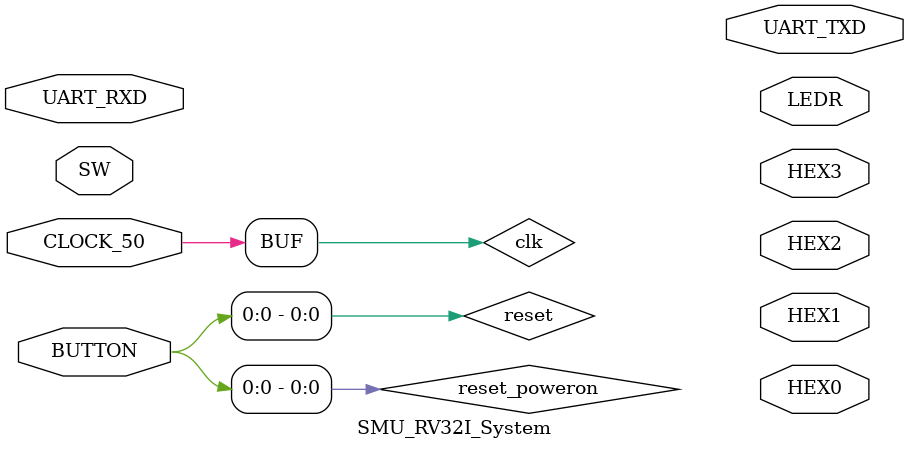
<source format=v>
module SMU_RV32I_System (
  input         CLOCK_50,
  input   [2:0] BUTTON,
  input   [9:0] SW,
  output  [6:0] HEX3,
  output  [6:0] HEX2,
  output  [6:0] HEX1,
  output  [6:0] HEX0,
  output  [9:0] LEDR,

  output        UART_TXD,
  input         UART_RXD
);

  parameter RESET_PC = 32'h1000_0000;
  parameter CLOCK_FREQ = 125_000_000;
  parameter BAUD_RATE = 115_200;
  parameter MIF_HEX = "";
  parameter MIF_BIOS_HEX = "";
  parameter DWIDTH = 32;
  parameter AWIDTH = 12;

  wire [31:0] PC, Instr;
  wire [31:0] WriteData, DataAdr;
  wire MemWrite;
  wire [31:0] ReadData;

  wire reset;
  wire reset_poweron;
  reg  reset_ff;

  wire [31:0] data_addr;
  wire [31:0] write_data;
  wire [3:0]  Byte_Enable;
  wire  [31:0] read_data;
  wire        cs_mem_n;
  wire        cs_timer_n;
  wire        cs_gpio_n;
  wire        cs_uart_n;
  wire        data_we;

  wire clk = CLOCK_50;
  wire clkb;

  wire data_re;
  
  // reset =  BUTTON[0]
  // if BUTTON[0] is pressed, the reset goes down to "0"
  // reset is a low-active signal
  assign  reset_poweron = BUTTON[0];
  assign  reset = reset_poweron;

  always @(posedge clk)
    reset_ff <= reset;

  assign clkb = ~clk;

  wire n_rst = reset_ff;

  riscvsingle #(
      .RESET_PC(RESET_PC)
    ) icpu (
    .clk(clk),
    .n_rst(n_rst),
    .PC(PC),
    .Instr(Instr),
    .MemWriteM(MemWrite),
    .ALUResultM(DataAdr),
    .WriteData(WriteData),
    .ReadData(ReadData),
    .Byte_Enable(Byte_Enable)
  );

  // imem imem(
  // 	.a(PC), 
  // 	.rd(Instr)
  // );

  // dmem dmem(
  // 	.clk(clk),
  // 	.wen0(MemWrite),
  // 	.addr0(DataAdr),
  // 	.d0(WriteData),
  // 	.q0(ReadData)
  // );

    ASYNC_RAM_DP_WBE #(
        .DWIDTH (DWIDTH),
        .AWIDTH (AWIDTH),
        .MIF_HEX (MIF_HEX)
    ) imem (
      .clk      (clk),
      .addr0    (PC[AWIDTH+2-1:2]),
      .addr1    (DataAdr[AWIDTH+2-1:2]),
      .wbe0     (4'd0),   
      .wbe1     (Byte_Enable),  //
      //.wbe1     (4'hF),
      .d0       (32'd0),
      .d1       (WriteData),
      .wen0     (1'b0),
      .wen1     (MemWrite),//~cs_mem_n &
      .q0       (Instr),
      .q1       (ReadData)
    );

endmodule

</source>
